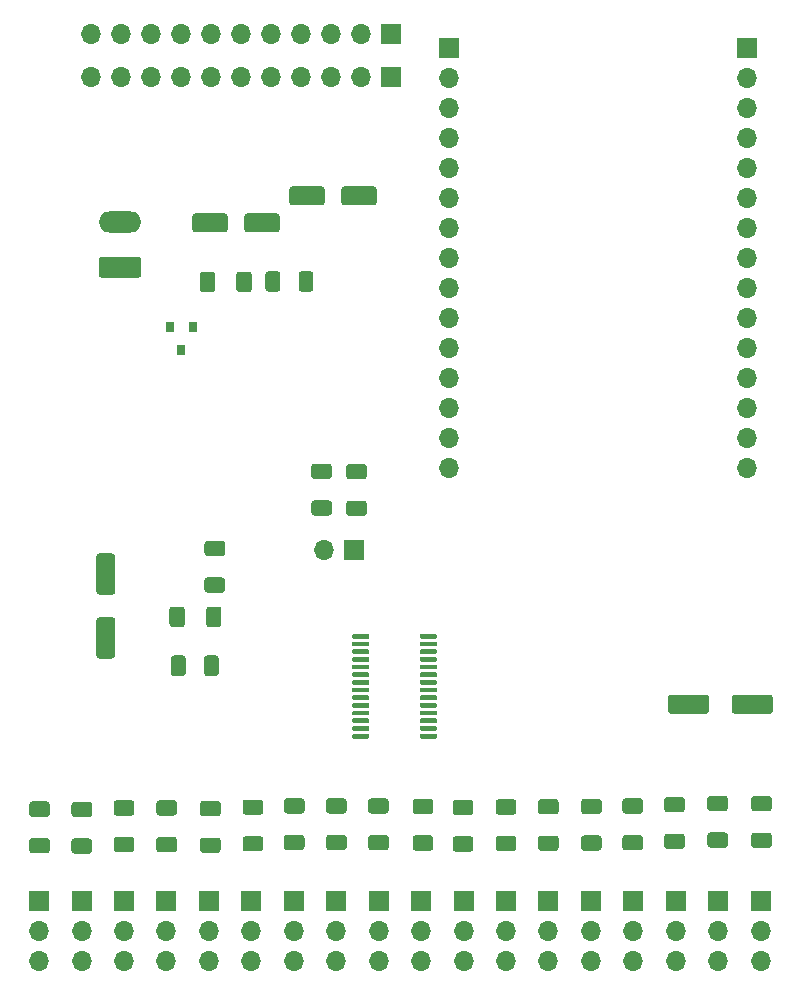
<source format=gts>
G04 #@! TF.GenerationSoftware,KiCad,Pcbnew,(5.1.10)-1*
G04 #@! TF.CreationDate,2023-01-28T17:58:28+01:00*
G04 #@! TF.ProjectId,servo_board,73657276-6f5f-4626-9f61-72642e6b6963,1.0*
G04 #@! TF.SameCoordinates,Original*
G04 #@! TF.FileFunction,Soldermask,Top*
G04 #@! TF.FilePolarity,Negative*
%FSLAX46Y46*%
G04 Gerber Fmt 4.6, Leading zero omitted, Abs format (unit mm)*
G04 Created by KiCad (PCBNEW (5.1.10)-1) date 2023-01-28 17:58:28*
%MOMM*%
%LPD*%
G01*
G04 APERTURE LIST*
%ADD10O,1.700000X1.700000*%
%ADD11R,1.700000X1.700000*%
%ADD12R,0.800000X0.900000*%
%ADD13O,3.600000X1.800000*%
G04 APERTURE END LIST*
D10*
X84264500Y-100317300D03*
X86804500Y-100317300D03*
X89344500Y-100317300D03*
X91884500Y-100317300D03*
X94424500Y-100317300D03*
X96964500Y-100317300D03*
X99504500Y-100317300D03*
X102044500Y-100317300D03*
X104584500Y-100317300D03*
X107124500Y-100317300D03*
D11*
X109664500Y-100317300D03*
G36*
G01*
X138485900Y-157623600D02*
X138485900Y-156523600D01*
G75*
G02*
X138735900Y-156273600I250000J0D01*
G01*
X141735900Y-156273600D01*
G75*
G02*
X141985900Y-156523600I0J-250000D01*
G01*
X141985900Y-157623600D01*
G75*
G02*
X141735900Y-157873600I-250000J0D01*
G01*
X138735900Y-157873600D01*
G75*
G02*
X138485900Y-157623600I0J250000D01*
G01*
G37*
G36*
G01*
X133085900Y-157623600D02*
X133085900Y-156523600D01*
G75*
G02*
X133335900Y-156273600I250000J0D01*
G01*
X136335900Y-156273600D01*
G75*
G02*
X136585900Y-156523600I0J-250000D01*
G01*
X136585900Y-157623600D01*
G75*
G02*
X136335900Y-157873600I-250000J0D01*
G01*
X133335900Y-157873600D01*
G75*
G02*
X133085900Y-157623600I0J250000D01*
G01*
G37*
G36*
G01*
X86046400Y-147800000D02*
X84946400Y-147800000D01*
G75*
G02*
X84696400Y-147550000I0J250000D01*
G01*
X84696400Y-144550000D01*
G75*
G02*
X84946400Y-144300000I250000J0D01*
G01*
X86046400Y-144300000D01*
G75*
G02*
X86296400Y-144550000I0J-250000D01*
G01*
X86296400Y-147550000D01*
G75*
G02*
X86046400Y-147800000I-250000J0D01*
G01*
G37*
G36*
G01*
X86046400Y-153200000D02*
X84946400Y-153200000D01*
G75*
G02*
X84696400Y-152950000I0J250000D01*
G01*
X84696400Y-149950000D01*
G75*
G02*
X84946400Y-149700000I250000J0D01*
G01*
X86046400Y-149700000D01*
G75*
G02*
X86296400Y-149950000I0J-250000D01*
G01*
X86296400Y-152950000D01*
G75*
G02*
X86046400Y-153200000I-250000J0D01*
G01*
G37*
G36*
G01*
X140383100Y-167929800D02*
X141633100Y-167929800D01*
G75*
G02*
X141883100Y-168179800I0J-250000D01*
G01*
X141883100Y-168979800D01*
G75*
G02*
X141633100Y-169229800I-250000J0D01*
G01*
X140383100Y-169229800D01*
G75*
G02*
X140133100Y-168979800I0J250000D01*
G01*
X140133100Y-168179800D01*
G75*
G02*
X140383100Y-167929800I250000J0D01*
G01*
G37*
G36*
G01*
X140383100Y-164829800D02*
X141633100Y-164829800D01*
G75*
G02*
X141883100Y-165079800I0J-250000D01*
G01*
X141883100Y-165879800D01*
G75*
G02*
X141633100Y-166129800I-250000J0D01*
G01*
X140383100Y-166129800D01*
G75*
G02*
X140133100Y-165879800I0J250000D01*
G01*
X140133100Y-165079800D01*
G75*
G02*
X140383100Y-164829800I250000J0D01*
G01*
G37*
G36*
G01*
X137924700Y-166117700D02*
X136674700Y-166117700D01*
G75*
G02*
X136424700Y-165867700I0J250000D01*
G01*
X136424700Y-165067700D01*
G75*
G02*
X136674700Y-164817700I250000J0D01*
G01*
X137924700Y-164817700D01*
G75*
G02*
X138174700Y-165067700I0J-250000D01*
G01*
X138174700Y-165867700D01*
G75*
G02*
X137924700Y-166117700I-250000J0D01*
G01*
G37*
G36*
G01*
X137924700Y-169217700D02*
X136674700Y-169217700D01*
G75*
G02*
X136424700Y-168967700I0J250000D01*
G01*
X136424700Y-168167700D01*
G75*
G02*
X136674700Y-167917700I250000J0D01*
G01*
X137924700Y-167917700D01*
G75*
G02*
X138174700Y-168167700I0J-250000D01*
G01*
X138174700Y-168967700D01*
G75*
G02*
X137924700Y-169217700I-250000J0D01*
G01*
G37*
D10*
X97802700Y-178803300D03*
X97802700Y-176263300D03*
D11*
X97802700Y-173723300D03*
D10*
X115785900Y-178828700D03*
X115785900Y-176288700D03*
D11*
X115785900Y-173748700D03*
D10*
X108597700Y-178803300D03*
X108597700Y-176263300D03*
D11*
X108597700Y-173723300D03*
D10*
X119380000Y-178816000D03*
X119380000Y-176276000D03*
D11*
X119380000Y-173736000D03*
D10*
X104990900Y-178790600D03*
X104990900Y-176250600D03*
D11*
X104990900Y-173710600D03*
D10*
X94208600Y-178803300D03*
X94208600Y-176263300D03*
D11*
X94208600Y-173723300D03*
D10*
X140957300Y-178803300D03*
X140957300Y-176263300D03*
D11*
X140957300Y-173723300D03*
D10*
X137363200Y-178803300D03*
X137363200Y-176263300D03*
D11*
X137363200Y-173723300D03*
D10*
X83451700Y-178803300D03*
X83451700Y-176263300D03*
D11*
X83451700Y-173723300D03*
D10*
X112191800Y-178816000D03*
X112191800Y-176276000D03*
D11*
X112191800Y-173736000D03*
D10*
X122974100Y-178816000D03*
X122974100Y-176276000D03*
D11*
X122974100Y-173736000D03*
D10*
X101409500Y-178790600D03*
X101409500Y-176250600D03*
D11*
X101409500Y-173710600D03*
D10*
X90614500Y-178803300D03*
X90614500Y-176263300D03*
D11*
X90614500Y-173723300D03*
D10*
X126542800Y-178816000D03*
X126542800Y-176276000D03*
D11*
X126542800Y-173736000D03*
D10*
X130149600Y-178816000D03*
X130149600Y-176276000D03*
D11*
X130149600Y-173736000D03*
D10*
X133756400Y-178816000D03*
X133756400Y-176276000D03*
D11*
X133756400Y-173736000D03*
D10*
X79857600Y-178803300D03*
X79857600Y-176263300D03*
D11*
X79857600Y-173723300D03*
D10*
X87033100Y-178803300D03*
X87033100Y-176263300D03*
D11*
X87033100Y-173723300D03*
G36*
G01*
X104042340Y-113478220D02*
X104042340Y-114578220D01*
G75*
G02*
X103792340Y-114828220I-250000J0D01*
G01*
X101292340Y-114828220D01*
G75*
G02*
X101042340Y-114578220I0J250000D01*
G01*
X101042340Y-113478220D01*
G75*
G02*
X101292340Y-113228220I250000J0D01*
G01*
X103792340Y-113228220D01*
G75*
G02*
X104042340Y-113478220I0J-250000D01*
G01*
G37*
G36*
G01*
X108442340Y-113478220D02*
X108442340Y-114578220D01*
G75*
G02*
X108192340Y-114828220I-250000J0D01*
G01*
X105692340Y-114828220D01*
G75*
G02*
X105442340Y-114578220I0J250000D01*
G01*
X105442340Y-113478220D01*
G75*
G02*
X105692340Y-113228220I250000J0D01*
G01*
X108192340Y-113228220D01*
G75*
G02*
X108442340Y-113478220I0J-250000D01*
G01*
G37*
G36*
G01*
X95822900Y-115756600D02*
X95822900Y-116856600D01*
G75*
G02*
X95572900Y-117106600I-250000J0D01*
G01*
X93072900Y-117106600D01*
G75*
G02*
X92822900Y-116856600I0J250000D01*
G01*
X92822900Y-115756600D01*
G75*
G02*
X93072900Y-115506600I250000J0D01*
G01*
X95572900Y-115506600D01*
G75*
G02*
X95822900Y-115756600I0J-250000D01*
G01*
G37*
G36*
G01*
X100222900Y-115756600D02*
X100222900Y-116856600D01*
G75*
G02*
X99972900Y-117106600I-250000J0D01*
G01*
X97472900Y-117106600D01*
G75*
G02*
X97222900Y-116856600I0J250000D01*
G01*
X97222900Y-115756600D01*
G75*
G02*
X97472900Y-115506600I250000J0D01*
G01*
X99972900Y-115506600D01*
G75*
G02*
X100222900Y-115756600I0J-250000D01*
G01*
G37*
D10*
X103987600Y-143979900D03*
D11*
X106527600Y-143979900D03*
D10*
X84264500Y-103987600D03*
X86804500Y-103987600D03*
X89344500Y-103987600D03*
X91884500Y-103987600D03*
X94424500Y-103987600D03*
X96964500Y-103987600D03*
X99504500Y-103987600D03*
X102044500Y-103987600D03*
X104584500Y-103987600D03*
X107124500Y-103987600D03*
D11*
X109664500Y-103987600D03*
D10*
X139750800Y-137033000D03*
X139750800Y-134493000D03*
X139750800Y-131953000D03*
X139750800Y-129413000D03*
X139750800Y-126873000D03*
X139750800Y-124333000D03*
X139750800Y-121793000D03*
X139750800Y-119253000D03*
X139750800Y-116713000D03*
X139750800Y-114173000D03*
X139750800Y-111633000D03*
X139750800Y-109093000D03*
X139750800Y-106553000D03*
X139750800Y-104013000D03*
D11*
X139750800Y-101473000D03*
X114515900Y-101511100D03*
D10*
X114515900Y-104051100D03*
X114515900Y-106591100D03*
X114515900Y-109131100D03*
X114515900Y-111671100D03*
X114515900Y-114211100D03*
X114515900Y-116751100D03*
X114515900Y-119291100D03*
X114515900Y-121831100D03*
X114515900Y-124371100D03*
X114515900Y-126911100D03*
X114515900Y-129451100D03*
X114515900Y-131991100D03*
X114515900Y-134531100D03*
X114515900Y-137071100D03*
G36*
G01*
X104391300Y-168120300D02*
X105641300Y-168120300D01*
G75*
G02*
X105891300Y-168370300I0J-250000D01*
G01*
X105891300Y-169170300D01*
G75*
G02*
X105641300Y-169420300I-250000J0D01*
G01*
X104391300Y-169420300D01*
G75*
G02*
X104141300Y-169170300I0J250000D01*
G01*
X104141300Y-168370300D01*
G75*
G02*
X104391300Y-168120300I250000J0D01*
G01*
G37*
G36*
G01*
X104391300Y-165020300D02*
X105641300Y-165020300D01*
G75*
G02*
X105891300Y-165270300I0J-250000D01*
G01*
X105891300Y-166070300D01*
G75*
G02*
X105641300Y-166320300I-250000J0D01*
G01*
X104391300Y-166320300D01*
G75*
G02*
X104141300Y-166070300I0J250000D01*
G01*
X104141300Y-165270300D01*
G75*
G02*
X104391300Y-165020300I250000J0D01*
G01*
G37*
G36*
G01*
X112073900Y-151418200D02*
X112073900Y-151218200D01*
G75*
G02*
X112173900Y-151118200I100000J0D01*
G01*
X113448900Y-151118200D01*
G75*
G02*
X113548900Y-151218200I0J-100000D01*
G01*
X113548900Y-151418200D01*
G75*
G02*
X113448900Y-151518200I-100000J0D01*
G01*
X112173900Y-151518200D01*
G75*
G02*
X112073900Y-151418200I0J100000D01*
G01*
G37*
G36*
G01*
X112073900Y-152068200D02*
X112073900Y-151868200D01*
G75*
G02*
X112173900Y-151768200I100000J0D01*
G01*
X113448900Y-151768200D01*
G75*
G02*
X113548900Y-151868200I0J-100000D01*
G01*
X113548900Y-152068200D01*
G75*
G02*
X113448900Y-152168200I-100000J0D01*
G01*
X112173900Y-152168200D01*
G75*
G02*
X112073900Y-152068200I0J100000D01*
G01*
G37*
G36*
G01*
X112073900Y-152718200D02*
X112073900Y-152518200D01*
G75*
G02*
X112173900Y-152418200I100000J0D01*
G01*
X113448900Y-152418200D01*
G75*
G02*
X113548900Y-152518200I0J-100000D01*
G01*
X113548900Y-152718200D01*
G75*
G02*
X113448900Y-152818200I-100000J0D01*
G01*
X112173900Y-152818200D01*
G75*
G02*
X112073900Y-152718200I0J100000D01*
G01*
G37*
G36*
G01*
X112073900Y-153368200D02*
X112073900Y-153168200D01*
G75*
G02*
X112173900Y-153068200I100000J0D01*
G01*
X113448900Y-153068200D01*
G75*
G02*
X113548900Y-153168200I0J-100000D01*
G01*
X113548900Y-153368200D01*
G75*
G02*
X113448900Y-153468200I-100000J0D01*
G01*
X112173900Y-153468200D01*
G75*
G02*
X112073900Y-153368200I0J100000D01*
G01*
G37*
G36*
G01*
X112073900Y-154018200D02*
X112073900Y-153818200D01*
G75*
G02*
X112173900Y-153718200I100000J0D01*
G01*
X113448900Y-153718200D01*
G75*
G02*
X113548900Y-153818200I0J-100000D01*
G01*
X113548900Y-154018200D01*
G75*
G02*
X113448900Y-154118200I-100000J0D01*
G01*
X112173900Y-154118200D01*
G75*
G02*
X112073900Y-154018200I0J100000D01*
G01*
G37*
G36*
G01*
X112073900Y-154668200D02*
X112073900Y-154468200D01*
G75*
G02*
X112173900Y-154368200I100000J0D01*
G01*
X113448900Y-154368200D01*
G75*
G02*
X113548900Y-154468200I0J-100000D01*
G01*
X113548900Y-154668200D01*
G75*
G02*
X113448900Y-154768200I-100000J0D01*
G01*
X112173900Y-154768200D01*
G75*
G02*
X112073900Y-154668200I0J100000D01*
G01*
G37*
G36*
G01*
X112073900Y-155318200D02*
X112073900Y-155118200D01*
G75*
G02*
X112173900Y-155018200I100000J0D01*
G01*
X113448900Y-155018200D01*
G75*
G02*
X113548900Y-155118200I0J-100000D01*
G01*
X113548900Y-155318200D01*
G75*
G02*
X113448900Y-155418200I-100000J0D01*
G01*
X112173900Y-155418200D01*
G75*
G02*
X112073900Y-155318200I0J100000D01*
G01*
G37*
G36*
G01*
X112073900Y-155968200D02*
X112073900Y-155768200D01*
G75*
G02*
X112173900Y-155668200I100000J0D01*
G01*
X113448900Y-155668200D01*
G75*
G02*
X113548900Y-155768200I0J-100000D01*
G01*
X113548900Y-155968200D01*
G75*
G02*
X113448900Y-156068200I-100000J0D01*
G01*
X112173900Y-156068200D01*
G75*
G02*
X112073900Y-155968200I0J100000D01*
G01*
G37*
G36*
G01*
X112073900Y-156618200D02*
X112073900Y-156418200D01*
G75*
G02*
X112173900Y-156318200I100000J0D01*
G01*
X113448900Y-156318200D01*
G75*
G02*
X113548900Y-156418200I0J-100000D01*
G01*
X113548900Y-156618200D01*
G75*
G02*
X113448900Y-156718200I-100000J0D01*
G01*
X112173900Y-156718200D01*
G75*
G02*
X112073900Y-156618200I0J100000D01*
G01*
G37*
G36*
G01*
X112073900Y-157268200D02*
X112073900Y-157068200D01*
G75*
G02*
X112173900Y-156968200I100000J0D01*
G01*
X113448900Y-156968200D01*
G75*
G02*
X113548900Y-157068200I0J-100000D01*
G01*
X113548900Y-157268200D01*
G75*
G02*
X113448900Y-157368200I-100000J0D01*
G01*
X112173900Y-157368200D01*
G75*
G02*
X112073900Y-157268200I0J100000D01*
G01*
G37*
G36*
G01*
X112073900Y-157918200D02*
X112073900Y-157718200D01*
G75*
G02*
X112173900Y-157618200I100000J0D01*
G01*
X113448900Y-157618200D01*
G75*
G02*
X113548900Y-157718200I0J-100000D01*
G01*
X113548900Y-157918200D01*
G75*
G02*
X113448900Y-158018200I-100000J0D01*
G01*
X112173900Y-158018200D01*
G75*
G02*
X112073900Y-157918200I0J100000D01*
G01*
G37*
G36*
G01*
X112073900Y-158568200D02*
X112073900Y-158368200D01*
G75*
G02*
X112173900Y-158268200I100000J0D01*
G01*
X113448900Y-158268200D01*
G75*
G02*
X113548900Y-158368200I0J-100000D01*
G01*
X113548900Y-158568200D01*
G75*
G02*
X113448900Y-158668200I-100000J0D01*
G01*
X112173900Y-158668200D01*
G75*
G02*
X112073900Y-158568200I0J100000D01*
G01*
G37*
G36*
G01*
X112073900Y-159218200D02*
X112073900Y-159018200D01*
G75*
G02*
X112173900Y-158918200I100000J0D01*
G01*
X113448900Y-158918200D01*
G75*
G02*
X113548900Y-159018200I0J-100000D01*
G01*
X113548900Y-159218200D01*
G75*
G02*
X113448900Y-159318200I-100000J0D01*
G01*
X112173900Y-159318200D01*
G75*
G02*
X112073900Y-159218200I0J100000D01*
G01*
G37*
G36*
G01*
X112073900Y-159868200D02*
X112073900Y-159668200D01*
G75*
G02*
X112173900Y-159568200I100000J0D01*
G01*
X113448900Y-159568200D01*
G75*
G02*
X113548900Y-159668200I0J-100000D01*
G01*
X113548900Y-159868200D01*
G75*
G02*
X113448900Y-159968200I-100000J0D01*
G01*
X112173900Y-159968200D01*
G75*
G02*
X112073900Y-159868200I0J100000D01*
G01*
G37*
G36*
G01*
X106348900Y-159868200D02*
X106348900Y-159668200D01*
G75*
G02*
X106448900Y-159568200I100000J0D01*
G01*
X107723900Y-159568200D01*
G75*
G02*
X107823900Y-159668200I0J-100000D01*
G01*
X107823900Y-159868200D01*
G75*
G02*
X107723900Y-159968200I-100000J0D01*
G01*
X106448900Y-159968200D01*
G75*
G02*
X106348900Y-159868200I0J100000D01*
G01*
G37*
G36*
G01*
X106348900Y-159218200D02*
X106348900Y-159018200D01*
G75*
G02*
X106448900Y-158918200I100000J0D01*
G01*
X107723900Y-158918200D01*
G75*
G02*
X107823900Y-159018200I0J-100000D01*
G01*
X107823900Y-159218200D01*
G75*
G02*
X107723900Y-159318200I-100000J0D01*
G01*
X106448900Y-159318200D01*
G75*
G02*
X106348900Y-159218200I0J100000D01*
G01*
G37*
G36*
G01*
X106348900Y-158568200D02*
X106348900Y-158368200D01*
G75*
G02*
X106448900Y-158268200I100000J0D01*
G01*
X107723900Y-158268200D01*
G75*
G02*
X107823900Y-158368200I0J-100000D01*
G01*
X107823900Y-158568200D01*
G75*
G02*
X107723900Y-158668200I-100000J0D01*
G01*
X106448900Y-158668200D01*
G75*
G02*
X106348900Y-158568200I0J100000D01*
G01*
G37*
G36*
G01*
X106348900Y-157918200D02*
X106348900Y-157718200D01*
G75*
G02*
X106448900Y-157618200I100000J0D01*
G01*
X107723900Y-157618200D01*
G75*
G02*
X107823900Y-157718200I0J-100000D01*
G01*
X107823900Y-157918200D01*
G75*
G02*
X107723900Y-158018200I-100000J0D01*
G01*
X106448900Y-158018200D01*
G75*
G02*
X106348900Y-157918200I0J100000D01*
G01*
G37*
G36*
G01*
X106348900Y-157268200D02*
X106348900Y-157068200D01*
G75*
G02*
X106448900Y-156968200I100000J0D01*
G01*
X107723900Y-156968200D01*
G75*
G02*
X107823900Y-157068200I0J-100000D01*
G01*
X107823900Y-157268200D01*
G75*
G02*
X107723900Y-157368200I-100000J0D01*
G01*
X106448900Y-157368200D01*
G75*
G02*
X106348900Y-157268200I0J100000D01*
G01*
G37*
G36*
G01*
X106348900Y-156618200D02*
X106348900Y-156418200D01*
G75*
G02*
X106448900Y-156318200I100000J0D01*
G01*
X107723900Y-156318200D01*
G75*
G02*
X107823900Y-156418200I0J-100000D01*
G01*
X107823900Y-156618200D01*
G75*
G02*
X107723900Y-156718200I-100000J0D01*
G01*
X106448900Y-156718200D01*
G75*
G02*
X106348900Y-156618200I0J100000D01*
G01*
G37*
G36*
G01*
X106348900Y-155968200D02*
X106348900Y-155768200D01*
G75*
G02*
X106448900Y-155668200I100000J0D01*
G01*
X107723900Y-155668200D01*
G75*
G02*
X107823900Y-155768200I0J-100000D01*
G01*
X107823900Y-155968200D01*
G75*
G02*
X107723900Y-156068200I-100000J0D01*
G01*
X106448900Y-156068200D01*
G75*
G02*
X106348900Y-155968200I0J100000D01*
G01*
G37*
G36*
G01*
X106348900Y-155318200D02*
X106348900Y-155118200D01*
G75*
G02*
X106448900Y-155018200I100000J0D01*
G01*
X107723900Y-155018200D01*
G75*
G02*
X107823900Y-155118200I0J-100000D01*
G01*
X107823900Y-155318200D01*
G75*
G02*
X107723900Y-155418200I-100000J0D01*
G01*
X106448900Y-155418200D01*
G75*
G02*
X106348900Y-155318200I0J100000D01*
G01*
G37*
G36*
G01*
X106348900Y-154668200D02*
X106348900Y-154468200D01*
G75*
G02*
X106448900Y-154368200I100000J0D01*
G01*
X107723900Y-154368200D01*
G75*
G02*
X107823900Y-154468200I0J-100000D01*
G01*
X107823900Y-154668200D01*
G75*
G02*
X107723900Y-154768200I-100000J0D01*
G01*
X106448900Y-154768200D01*
G75*
G02*
X106348900Y-154668200I0J100000D01*
G01*
G37*
G36*
G01*
X106348900Y-154018200D02*
X106348900Y-153818200D01*
G75*
G02*
X106448900Y-153718200I100000J0D01*
G01*
X107723900Y-153718200D01*
G75*
G02*
X107823900Y-153818200I0J-100000D01*
G01*
X107823900Y-154018200D01*
G75*
G02*
X107723900Y-154118200I-100000J0D01*
G01*
X106448900Y-154118200D01*
G75*
G02*
X106348900Y-154018200I0J100000D01*
G01*
G37*
G36*
G01*
X106348900Y-153368200D02*
X106348900Y-153168200D01*
G75*
G02*
X106448900Y-153068200I100000J0D01*
G01*
X107723900Y-153068200D01*
G75*
G02*
X107823900Y-153168200I0J-100000D01*
G01*
X107823900Y-153368200D01*
G75*
G02*
X107723900Y-153468200I-100000J0D01*
G01*
X106448900Y-153468200D01*
G75*
G02*
X106348900Y-153368200I0J100000D01*
G01*
G37*
G36*
G01*
X106348900Y-152718200D02*
X106348900Y-152518200D01*
G75*
G02*
X106448900Y-152418200I100000J0D01*
G01*
X107723900Y-152418200D01*
G75*
G02*
X107823900Y-152518200I0J-100000D01*
G01*
X107823900Y-152718200D01*
G75*
G02*
X107723900Y-152818200I-100000J0D01*
G01*
X106448900Y-152818200D01*
G75*
G02*
X106348900Y-152718200I0J100000D01*
G01*
G37*
G36*
G01*
X106348900Y-152068200D02*
X106348900Y-151868200D01*
G75*
G02*
X106448900Y-151768200I100000J0D01*
G01*
X107723900Y-151768200D01*
G75*
G02*
X107823900Y-151868200I0J-100000D01*
G01*
X107823900Y-152068200D01*
G75*
G02*
X107723900Y-152168200I-100000J0D01*
G01*
X106448900Y-152168200D01*
G75*
G02*
X106348900Y-152068200I0J100000D01*
G01*
G37*
G36*
G01*
X106348900Y-151418200D02*
X106348900Y-151218200D01*
G75*
G02*
X106448900Y-151118200I100000J0D01*
G01*
X107723900Y-151118200D01*
G75*
G02*
X107823900Y-151218200I0J-100000D01*
G01*
X107823900Y-151418200D01*
G75*
G02*
X107723900Y-151518200I-100000J0D01*
G01*
X106448900Y-151518200D01*
G75*
G02*
X106348900Y-151418200I0J100000D01*
G01*
G37*
G36*
G01*
X94104300Y-146327100D02*
X95354300Y-146327100D01*
G75*
G02*
X95604300Y-146577100I0J-250000D01*
G01*
X95604300Y-147377100D01*
G75*
G02*
X95354300Y-147627100I-250000J0D01*
G01*
X94104300Y-147627100D01*
G75*
G02*
X93854300Y-147377100I0J250000D01*
G01*
X93854300Y-146577100D01*
G75*
G02*
X94104300Y-146327100I250000J0D01*
G01*
G37*
G36*
G01*
X94104300Y-143227100D02*
X95354300Y-143227100D01*
G75*
G02*
X95604300Y-143477100I0J-250000D01*
G01*
X95604300Y-144277100D01*
G75*
G02*
X95354300Y-144527100I-250000J0D01*
G01*
X94104300Y-144527100D01*
G75*
G02*
X93854300Y-144277100I0J250000D01*
G01*
X93854300Y-143477100D01*
G75*
G02*
X94104300Y-143227100I250000J0D01*
G01*
G37*
G36*
G01*
X96557000Y-121935400D02*
X96557000Y-120685400D01*
G75*
G02*
X96807000Y-120435400I250000J0D01*
G01*
X97607000Y-120435400D01*
G75*
G02*
X97857000Y-120685400I0J-250000D01*
G01*
X97857000Y-121935400D01*
G75*
G02*
X97607000Y-122185400I-250000J0D01*
G01*
X96807000Y-122185400D01*
G75*
G02*
X96557000Y-121935400I0J250000D01*
G01*
G37*
G36*
G01*
X93457000Y-121935400D02*
X93457000Y-120685400D01*
G75*
G02*
X93707000Y-120435400I250000J0D01*
G01*
X94507000Y-120435400D01*
G75*
G02*
X94757000Y-120685400I0J-250000D01*
G01*
X94757000Y-121935400D01*
G75*
G02*
X94507000Y-122185400I-250000J0D01*
G01*
X93707000Y-122185400D01*
G75*
G02*
X93457000Y-121935400I0J250000D01*
G01*
G37*
G36*
G01*
X92190400Y-149044500D02*
X92190400Y-150294500D01*
G75*
G02*
X91940400Y-150544500I-250000J0D01*
G01*
X91140400Y-150544500D01*
G75*
G02*
X90890400Y-150294500I0J250000D01*
G01*
X90890400Y-149044500D01*
G75*
G02*
X91140400Y-148794500I250000J0D01*
G01*
X91940400Y-148794500D01*
G75*
G02*
X92190400Y-149044500I0J-250000D01*
G01*
G37*
G36*
G01*
X95290400Y-149044500D02*
X95290400Y-150294500D01*
G75*
G02*
X95040400Y-150544500I-250000J0D01*
G01*
X94240400Y-150544500D01*
G75*
G02*
X93990400Y-150294500I0J250000D01*
G01*
X93990400Y-149044500D01*
G75*
G02*
X94240400Y-148794500I250000J0D01*
G01*
X95040400Y-148794500D01*
G75*
G02*
X95290400Y-149044500I0J-250000D01*
G01*
G37*
G36*
G01*
X106105800Y-139824700D02*
X107355800Y-139824700D01*
G75*
G02*
X107605800Y-140074700I0J-250000D01*
G01*
X107605800Y-140874700D01*
G75*
G02*
X107355800Y-141124700I-250000J0D01*
G01*
X106105800Y-141124700D01*
G75*
G02*
X105855800Y-140874700I0J250000D01*
G01*
X105855800Y-140074700D01*
G75*
G02*
X106105800Y-139824700I250000J0D01*
G01*
G37*
G36*
G01*
X106105800Y-136724700D02*
X107355800Y-136724700D01*
G75*
G02*
X107605800Y-136974700I0J-250000D01*
G01*
X107605800Y-137774700D01*
G75*
G02*
X107355800Y-138024700I-250000J0D01*
G01*
X106105800Y-138024700D01*
G75*
G02*
X105855800Y-137774700I0J250000D01*
G01*
X105855800Y-136974700D01*
G75*
G02*
X106105800Y-136724700I250000J0D01*
G01*
G37*
G36*
G01*
X103146700Y-139799300D02*
X104396700Y-139799300D01*
G75*
G02*
X104646700Y-140049300I0J-250000D01*
G01*
X104646700Y-140849300D01*
G75*
G02*
X104396700Y-141099300I-250000J0D01*
G01*
X103146700Y-141099300D01*
G75*
G02*
X102896700Y-140849300I0J250000D01*
G01*
X102896700Y-140049300D01*
G75*
G02*
X103146700Y-139799300I250000J0D01*
G01*
G37*
G36*
G01*
X103146700Y-136699300D02*
X104396700Y-136699300D01*
G75*
G02*
X104646700Y-136949300I0J-250000D01*
G01*
X104646700Y-137749300D01*
G75*
G02*
X104396700Y-137999300I-250000J0D01*
G01*
X103146700Y-137999300D01*
G75*
G02*
X102896700Y-137749300I0J250000D01*
G01*
X102896700Y-136949300D01*
G75*
G02*
X103146700Y-136699300I250000J0D01*
G01*
G37*
G36*
G01*
X133029800Y-168018700D02*
X134279800Y-168018700D01*
G75*
G02*
X134529800Y-168268700I0J-250000D01*
G01*
X134529800Y-169068700D01*
G75*
G02*
X134279800Y-169318700I-250000J0D01*
G01*
X133029800Y-169318700D01*
G75*
G02*
X132779800Y-169068700I0J250000D01*
G01*
X132779800Y-168268700D01*
G75*
G02*
X133029800Y-168018700I250000J0D01*
G01*
G37*
G36*
G01*
X133029800Y-164918700D02*
X134279800Y-164918700D01*
G75*
G02*
X134529800Y-165168700I0J-250000D01*
G01*
X134529800Y-165968700D01*
G75*
G02*
X134279800Y-166218700I-250000J0D01*
G01*
X133029800Y-166218700D01*
G75*
G02*
X132779800Y-165968700I0J250000D01*
G01*
X132779800Y-165168700D01*
G75*
G02*
X133029800Y-164918700I250000J0D01*
G01*
G37*
G36*
G01*
X111719200Y-168171100D02*
X112969200Y-168171100D01*
G75*
G02*
X113219200Y-168421100I0J-250000D01*
G01*
X113219200Y-169221100D01*
G75*
G02*
X112969200Y-169471100I-250000J0D01*
G01*
X111719200Y-169471100D01*
G75*
G02*
X111469200Y-169221100I0J250000D01*
G01*
X111469200Y-168421100D01*
G75*
G02*
X111719200Y-168171100I250000J0D01*
G01*
G37*
G36*
G01*
X111719200Y-165071100D02*
X112969200Y-165071100D01*
G75*
G02*
X113219200Y-165321100I0J-250000D01*
G01*
X113219200Y-166121100D01*
G75*
G02*
X112969200Y-166371100I-250000J0D01*
G01*
X111719200Y-166371100D01*
G75*
G02*
X111469200Y-166121100I0J250000D01*
G01*
X111469200Y-165321100D01*
G75*
G02*
X111719200Y-165071100I250000J0D01*
G01*
G37*
G36*
G01*
X118755000Y-168209200D02*
X120005000Y-168209200D01*
G75*
G02*
X120255000Y-168459200I0J-250000D01*
G01*
X120255000Y-169259200D01*
G75*
G02*
X120005000Y-169509200I-250000J0D01*
G01*
X118755000Y-169509200D01*
G75*
G02*
X118505000Y-169259200I0J250000D01*
G01*
X118505000Y-168459200D01*
G75*
G02*
X118755000Y-168209200I250000J0D01*
G01*
G37*
G36*
G01*
X118755000Y-165109200D02*
X120005000Y-165109200D01*
G75*
G02*
X120255000Y-165359200I0J-250000D01*
G01*
X120255000Y-166159200D01*
G75*
G02*
X120005000Y-166409200I-250000J0D01*
G01*
X118755000Y-166409200D01*
G75*
G02*
X118505000Y-166159200I0J250000D01*
G01*
X118505000Y-165359200D01*
G75*
G02*
X118755000Y-165109200I250000J0D01*
G01*
G37*
G36*
G01*
X122336400Y-168197100D02*
X123586400Y-168197100D01*
G75*
G02*
X123836400Y-168447100I0J-250000D01*
G01*
X123836400Y-169247100D01*
G75*
G02*
X123586400Y-169497100I-250000J0D01*
G01*
X122336400Y-169497100D01*
G75*
G02*
X122086400Y-169247100I0J250000D01*
G01*
X122086400Y-168447100D01*
G75*
G02*
X122336400Y-168197100I250000J0D01*
G01*
G37*
G36*
G01*
X122336400Y-165097100D02*
X123586400Y-165097100D01*
G75*
G02*
X123836400Y-165347100I0J-250000D01*
G01*
X123836400Y-166147100D01*
G75*
G02*
X123586400Y-166397100I-250000J0D01*
G01*
X122336400Y-166397100D01*
G75*
G02*
X122086400Y-166147100I0J250000D01*
G01*
X122086400Y-165347100D01*
G75*
G02*
X122336400Y-165097100I250000J0D01*
G01*
G37*
G36*
G01*
X125981300Y-168171100D02*
X127231300Y-168171100D01*
G75*
G02*
X127481300Y-168421100I0J-250000D01*
G01*
X127481300Y-169221100D01*
G75*
G02*
X127231300Y-169471100I-250000J0D01*
G01*
X125981300Y-169471100D01*
G75*
G02*
X125731300Y-169221100I0J250000D01*
G01*
X125731300Y-168421100D01*
G75*
G02*
X125981300Y-168171100I250000J0D01*
G01*
G37*
G36*
G01*
X125981300Y-165071100D02*
X127231300Y-165071100D01*
G75*
G02*
X127481300Y-165321100I0J-250000D01*
G01*
X127481300Y-166121100D01*
G75*
G02*
X127231300Y-166371100I-250000J0D01*
G01*
X125981300Y-166371100D01*
G75*
G02*
X125731300Y-166121100I0J250000D01*
G01*
X125731300Y-165321100D01*
G75*
G02*
X125981300Y-165071100I250000J0D01*
G01*
G37*
G36*
G01*
X115110100Y-168247300D02*
X116360100Y-168247300D01*
G75*
G02*
X116610100Y-168497300I0J-250000D01*
G01*
X116610100Y-169297300D01*
G75*
G02*
X116360100Y-169547300I-250000J0D01*
G01*
X115110100Y-169547300D01*
G75*
G02*
X114860100Y-169297300I0J250000D01*
G01*
X114860100Y-168497300D01*
G75*
G02*
X115110100Y-168247300I250000J0D01*
G01*
G37*
G36*
G01*
X115110100Y-165147300D02*
X116360100Y-165147300D01*
G75*
G02*
X116610100Y-165397300I0J-250000D01*
G01*
X116610100Y-166197300D01*
G75*
G02*
X116360100Y-166447300I-250000J0D01*
G01*
X115110100Y-166447300D01*
G75*
G02*
X114860100Y-166197300I0J250000D01*
G01*
X114860100Y-165397300D01*
G75*
G02*
X115110100Y-165147300I250000J0D01*
G01*
G37*
G36*
G01*
X100822600Y-168120300D02*
X102072600Y-168120300D01*
G75*
G02*
X102322600Y-168370300I0J-250000D01*
G01*
X102322600Y-169170300D01*
G75*
G02*
X102072600Y-169420300I-250000J0D01*
G01*
X100822600Y-169420300D01*
G75*
G02*
X100572600Y-169170300I0J250000D01*
G01*
X100572600Y-168370300D01*
G75*
G02*
X100822600Y-168120300I250000J0D01*
G01*
G37*
G36*
G01*
X100822600Y-165020300D02*
X102072600Y-165020300D01*
G75*
G02*
X102322600Y-165270300I0J-250000D01*
G01*
X102322600Y-166070300D01*
G75*
G02*
X102072600Y-166320300I-250000J0D01*
G01*
X100822600Y-166320300D01*
G75*
G02*
X100572600Y-166070300I0J250000D01*
G01*
X100572600Y-165270300D01*
G75*
G02*
X100822600Y-165020300I250000J0D01*
G01*
G37*
G36*
G01*
X107960000Y-168133000D02*
X109210000Y-168133000D01*
G75*
G02*
X109460000Y-168383000I0J-250000D01*
G01*
X109460000Y-169183000D01*
G75*
G02*
X109210000Y-169433000I-250000J0D01*
G01*
X107960000Y-169433000D01*
G75*
G02*
X107710000Y-169183000I0J250000D01*
G01*
X107710000Y-168383000D01*
G75*
G02*
X107960000Y-168133000I250000J0D01*
G01*
G37*
G36*
G01*
X107960000Y-165033000D02*
X109210000Y-165033000D01*
G75*
G02*
X109460000Y-165283000I0J-250000D01*
G01*
X109460000Y-166083000D01*
G75*
G02*
X109210000Y-166333000I-250000J0D01*
G01*
X107960000Y-166333000D01*
G75*
G02*
X107710000Y-166083000I0J250000D01*
G01*
X107710000Y-165283000D01*
G75*
G02*
X107960000Y-165033000I250000J0D01*
G01*
G37*
G36*
G01*
X79258000Y-168399700D02*
X80508000Y-168399700D01*
G75*
G02*
X80758000Y-168649700I0J-250000D01*
G01*
X80758000Y-169449700D01*
G75*
G02*
X80508000Y-169699700I-250000J0D01*
G01*
X79258000Y-169699700D01*
G75*
G02*
X79008000Y-169449700I0J250000D01*
G01*
X79008000Y-168649700D01*
G75*
G02*
X79258000Y-168399700I250000J0D01*
G01*
G37*
G36*
G01*
X79258000Y-165299700D02*
X80508000Y-165299700D01*
G75*
G02*
X80758000Y-165549700I0J-250000D01*
G01*
X80758000Y-166349700D01*
G75*
G02*
X80508000Y-166599700I-250000J0D01*
G01*
X79258000Y-166599700D01*
G75*
G02*
X79008000Y-166349700I0J250000D01*
G01*
X79008000Y-165549700D01*
G75*
G02*
X79258000Y-165299700I250000J0D01*
G01*
G37*
G36*
G01*
X93723300Y-168350100D02*
X94973300Y-168350100D01*
G75*
G02*
X95223300Y-168600100I0J-250000D01*
G01*
X95223300Y-169400100D01*
G75*
G02*
X94973300Y-169650100I-250000J0D01*
G01*
X93723300Y-169650100D01*
G75*
G02*
X93473300Y-169400100I0J250000D01*
G01*
X93473300Y-168600100D01*
G75*
G02*
X93723300Y-168350100I250000J0D01*
G01*
G37*
G36*
G01*
X93723300Y-165250100D02*
X94973300Y-165250100D01*
G75*
G02*
X95223300Y-165500100I0J-250000D01*
G01*
X95223300Y-166300100D01*
G75*
G02*
X94973300Y-166550100I-250000J0D01*
G01*
X93723300Y-166550100D01*
G75*
G02*
X93473300Y-166300100I0J250000D01*
G01*
X93473300Y-165500100D01*
G75*
G02*
X93723300Y-165250100I250000J0D01*
G01*
G37*
G36*
G01*
X97330100Y-168234600D02*
X98580100Y-168234600D01*
G75*
G02*
X98830100Y-168484600I0J-250000D01*
G01*
X98830100Y-169284600D01*
G75*
G02*
X98580100Y-169534600I-250000J0D01*
G01*
X97330100Y-169534600D01*
G75*
G02*
X97080100Y-169284600I0J250000D01*
G01*
X97080100Y-168484600D01*
G75*
G02*
X97330100Y-168234600I250000J0D01*
G01*
G37*
G36*
G01*
X97330100Y-165134600D02*
X98580100Y-165134600D01*
G75*
G02*
X98830100Y-165384600I0J-250000D01*
G01*
X98830100Y-166184600D01*
G75*
G02*
X98580100Y-166434600I-250000J0D01*
G01*
X97330100Y-166434600D01*
G75*
G02*
X97080100Y-166184600I0J250000D01*
G01*
X97080100Y-165384600D01*
G75*
G02*
X97330100Y-165134600I250000J0D01*
G01*
G37*
G36*
G01*
X129486500Y-168133000D02*
X130736500Y-168133000D01*
G75*
G02*
X130986500Y-168383000I0J-250000D01*
G01*
X130986500Y-169183000D01*
G75*
G02*
X130736500Y-169433000I-250000J0D01*
G01*
X129486500Y-169433000D01*
G75*
G02*
X129236500Y-169183000I0J250000D01*
G01*
X129236500Y-168383000D01*
G75*
G02*
X129486500Y-168133000I250000J0D01*
G01*
G37*
G36*
G01*
X129486500Y-165033000D02*
X130736500Y-165033000D01*
G75*
G02*
X130986500Y-165283000I0J-250000D01*
G01*
X130986500Y-166083000D01*
G75*
G02*
X130736500Y-166333000I-250000J0D01*
G01*
X129486500Y-166333000D01*
G75*
G02*
X129236500Y-166083000I0J250000D01*
G01*
X129236500Y-165283000D01*
G75*
G02*
X129486500Y-165033000I250000J0D01*
G01*
G37*
G36*
G01*
X82839400Y-168425700D02*
X84089400Y-168425700D01*
G75*
G02*
X84339400Y-168675700I0J-250000D01*
G01*
X84339400Y-169475700D01*
G75*
G02*
X84089400Y-169725700I-250000J0D01*
G01*
X82839400Y-169725700D01*
G75*
G02*
X82589400Y-169475700I0J250000D01*
G01*
X82589400Y-168675700D01*
G75*
G02*
X82839400Y-168425700I250000J0D01*
G01*
G37*
G36*
G01*
X82839400Y-165325700D02*
X84089400Y-165325700D01*
G75*
G02*
X84339400Y-165575700I0J-250000D01*
G01*
X84339400Y-166375700D01*
G75*
G02*
X84089400Y-166625700I-250000J0D01*
G01*
X82839400Y-166625700D01*
G75*
G02*
X82589400Y-166375700I0J250000D01*
G01*
X82589400Y-165575700D01*
G75*
G02*
X82839400Y-165325700I250000J0D01*
G01*
G37*
G36*
G01*
X90027600Y-168298100D02*
X91277600Y-168298100D01*
G75*
G02*
X91527600Y-168548100I0J-250000D01*
G01*
X91527600Y-169348100D01*
G75*
G02*
X91277600Y-169598100I-250000J0D01*
G01*
X90027600Y-169598100D01*
G75*
G02*
X89777600Y-169348100I0J250000D01*
G01*
X89777600Y-168548100D01*
G75*
G02*
X90027600Y-168298100I250000J0D01*
G01*
G37*
G36*
G01*
X90027600Y-165198100D02*
X91277600Y-165198100D01*
G75*
G02*
X91527600Y-165448100I0J-250000D01*
G01*
X91527600Y-166248100D01*
G75*
G02*
X91277600Y-166498100I-250000J0D01*
G01*
X90027600Y-166498100D01*
G75*
G02*
X89777600Y-166248100I0J250000D01*
G01*
X89777600Y-165448100D01*
G75*
G02*
X90027600Y-165198100I250000J0D01*
G01*
G37*
G36*
G01*
X86408100Y-168298100D02*
X87658100Y-168298100D01*
G75*
G02*
X87908100Y-168548100I0J-250000D01*
G01*
X87908100Y-169348100D01*
G75*
G02*
X87658100Y-169598100I-250000J0D01*
G01*
X86408100Y-169598100D01*
G75*
G02*
X86158100Y-169348100I0J250000D01*
G01*
X86158100Y-168548100D01*
G75*
G02*
X86408100Y-168298100I250000J0D01*
G01*
G37*
G36*
G01*
X86408100Y-165198100D02*
X87658100Y-165198100D01*
G75*
G02*
X87908100Y-165448100I0J-250000D01*
G01*
X87908100Y-166248100D01*
G75*
G02*
X87658100Y-166498100I-250000J0D01*
G01*
X86408100Y-166498100D01*
G75*
G02*
X86158100Y-166248100I0J250000D01*
G01*
X86158100Y-165448100D01*
G75*
G02*
X86408100Y-165198100I250000J0D01*
G01*
G37*
D12*
X91897200Y-127114300D03*
X90947200Y-125114300D03*
X92847200Y-125114300D03*
D13*
X86702900Y-116255800D03*
G36*
G01*
X88252900Y-120965800D02*
X85152900Y-120965800D01*
G75*
G02*
X84902900Y-120715800I0J250000D01*
G01*
X84902900Y-119415800D01*
G75*
G02*
X85152900Y-119165800I250000J0D01*
G01*
X88252900Y-119165800D01*
G75*
G02*
X88502900Y-119415800I0J-250000D01*
G01*
X88502900Y-120715800D01*
G75*
G02*
X88252900Y-120965800I-250000J0D01*
G01*
G37*
G36*
G01*
X101816200Y-121897300D02*
X101816200Y-120647300D01*
G75*
G02*
X102066200Y-120397300I250000J0D01*
G01*
X102816200Y-120397300D01*
G75*
G02*
X103066200Y-120647300I0J-250000D01*
G01*
X103066200Y-121897300D01*
G75*
G02*
X102816200Y-122147300I-250000J0D01*
G01*
X102066200Y-122147300D01*
G75*
G02*
X101816200Y-121897300I0J250000D01*
G01*
G37*
G36*
G01*
X99016200Y-121897300D02*
X99016200Y-120647300D01*
G75*
G02*
X99266200Y-120397300I250000J0D01*
G01*
X100016200Y-120397300D01*
G75*
G02*
X100266200Y-120647300I0J-250000D01*
G01*
X100266200Y-121897300D01*
G75*
G02*
X100016200Y-122147300I-250000J0D01*
G01*
X99266200Y-122147300D01*
G75*
G02*
X99016200Y-121897300I0J250000D01*
G01*
G37*
G36*
G01*
X92262200Y-153184700D02*
X92262200Y-154434700D01*
G75*
G02*
X92012200Y-154684700I-250000J0D01*
G01*
X91262200Y-154684700D01*
G75*
G02*
X91012200Y-154434700I0J250000D01*
G01*
X91012200Y-153184700D01*
G75*
G02*
X91262200Y-152934700I250000J0D01*
G01*
X92012200Y-152934700D01*
G75*
G02*
X92262200Y-153184700I0J-250000D01*
G01*
G37*
G36*
G01*
X95062200Y-153184700D02*
X95062200Y-154434700D01*
G75*
G02*
X94812200Y-154684700I-250000J0D01*
G01*
X94062200Y-154684700D01*
G75*
G02*
X93812200Y-154434700I0J250000D01*
G01*
X93812200Y-153184700D01*
G75*
G02*
X94062200Y-152934700I250000J0D01*
G01*
X94812200Y-152934700D01*
G75*
G02*
X95062200Y-153184700I0J-250000D01*
G01*
G37*
M02*

</source>
